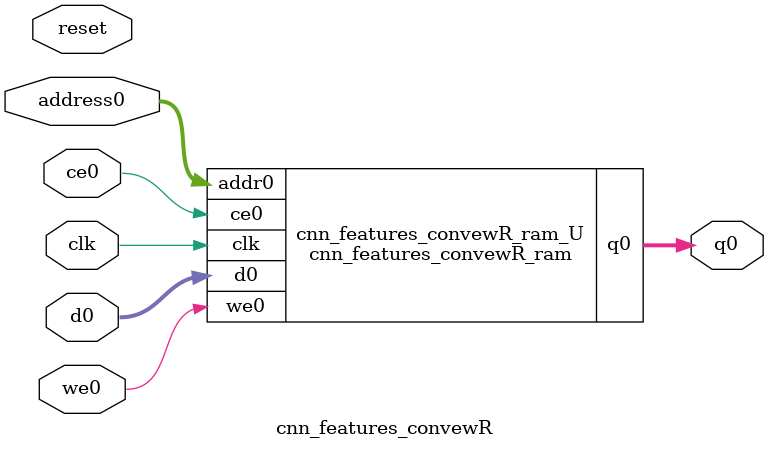
<source format=v>
`timescale 1 ns / 1 ps
module cnn_features_convewR_ram (addr0, ce0, d0, we0, q0,  clk);

parameter DWIDTH = 13;
parameter AWIDTH = 10;
parameter MEM_SIZE = 576;

input[AWIDTH-1:0] addr0;
input ce0;
input[DWIDTH-1:0] d0;
input we0;
output reg[DWIDTH-1:0] q0;
input clk;

(* ram_style = "block" *)reg [DWIDTH-1:0] ram[0:MEM_SIZE-1];




always @(posedge clk)  
begin 
    if (ce0) 
    begin
        if (we0) 
        begin 
            ram[addr0] <= d0; 
        end 
        q0 <= ram[addr0];
    end
end


endmodule

`timescale 1 ns / 1 ps
module cnn_features_convewR(
    reset,
    clk,
    address0,
    ce0,
    we0,
    d0,
    q0);

parameter DataWidth = 32'd13;
parameter AddressRange = 32'd576;
parameter AddressWidth = 32'd10;
input reset;
input clk;
input[AddressWidth - 1:0] address0;
input ce0;
input we0;
input[DataWidth - 1:0] d0;
output[DataWidth - 1:0] q0;



cnn_features_convewR_ram cnn_features_convewR_ram_U(
    .clk( clk ),
    .addr0( address0 ),
    .ce0( ce0 ),
    .we0( we0 ),
    .d0( d0 ),
    .q0( q0 ));

endmodule


</source>
